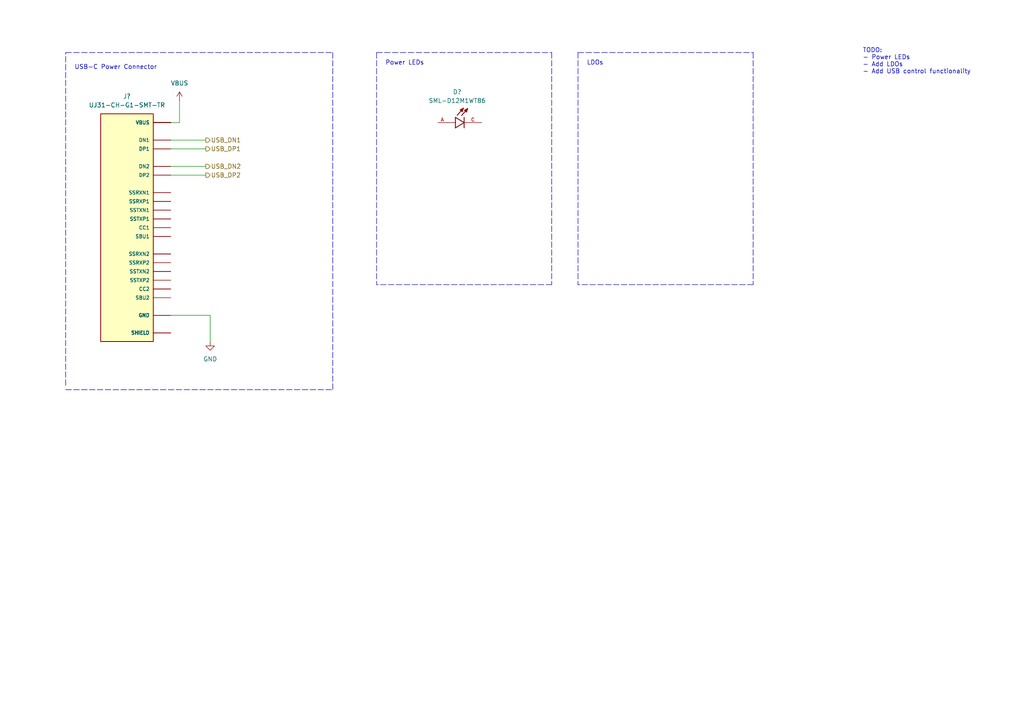
<source format=kicad_sch>
(kicad_sch (version 20211123) (generator eeschema)
  (paper "A4")
  (lib_symbols
    (symbol "SML-D12M1WT86:SML-D12M1WT86" (pin_names (offset 1.016) hide)
      (property "Reference" "D" (at -5.08 5.08 0))
      (property "Value" "SML-D12M1WT86" (at -5.08 -3.81 0))
      (symbol "SML-D12M1WT86_0_0"
        (polyline (pts (xy -2.54 -1.524) (xy 0 0)) (stroke (width 0.254)))
        (polyline (pts (xy -2.54 0) (xy -5.08 0)) (stroke (width 0.1524)))
        (polyline (pts (xy -2.54 0) (xy -2.54 -1.524)) (stroke (width 0.254)))
        (polyline (pts (xy -2.54 1.524) (xy -2.54 0)) (stroke (width 0.254)))
        (polyline (pts (xy -1.1176 3.683) (xy -0.2286 4.1656)) (stroke (width 0.254)))
        (polyline (pts (xy -0.9398 3.6068) (xy -0.7112 3.7592)) (stroke (width 0.254)))
        (polyline (pts (xy -0.5588 3.2004) (xy -1.1176 3.683)) (stroke (width 0.254)))
        (polyline (pts (xy -0.5588 3.2004) (xy -0.5334 3.937)) (stroke (width 0.254)))
        (polyline (pts (xy -0.5334 3.937) (xy -0.6604 3.937)) (stroke (width 0.254)))
        (polyline (pts (xy -0.2286 4.1656) (xy -2.0066 2.1336)) (stroke (width 0.254)))
        (polyline (pts (xy -0.2286 4.1656) (xy -0.5588 3.2004)) (stroke (width 0.254)))
        (polyline (pts (xy 0 0) (xy -2.54 1.524)) (stroke (width 0.254)))
        (polyline (pts (xy 0 1.524) (xy 0 -1.524)) (stroke (width 0.254)))
        (polyline (pts (xy 0.127 3.5814) (xy 1.016 4.064)) (stroke (width 0.254)))
        (polyline (pts (xy 0.3048 3.5052) (xy 0.5334 3.6576)) (stroke (width 0.254)))
        (polyline (pts (xy 0.6858 3.0988) (xy 0.127 3.5814)) (stroke (width 0.254)))
        (polyline (pts (xy 0.6858 3.0988) (xy 0.7112 3.8354)) (stroke (width 0.254)))
        (polyline (pts (xy 0.7112 3.8354) (xy 0.5842 3.8354)) (stroke (width 0.254)))
        (polyline (pts (xy 1.016 4.064) (xy -0.762 2.032)) (stroke (width 0.254)))
        (polyline (pts (xy 1.016 4.064) (xy 0.6858 3.0988)) (stroke (width 0.254)))
        (pin passive line (at -7.62 0 0) (length 2.54) (name "~") (number "A"))
        (pin passive line (at 5.08 0 180) (length 5.08) (name "~") (number "C"))
      )
    )
    (symbol "UJ31-CH-G1-SMT-TR:UJ31-CH-G1-SMT-TR" (pin_numbers hide) (pin_names (offset 1.016))
      (property "Reference" "J" (at -7.62 33.0708 0))
      (property "Value" "UJ31-CH-G1-SMT-TR" (at -7.62 -35.5854 0))
      (symbol "UJ31-CH-G1-SMT-TR_0_0"
        (rectangle (start -7.62 -33.02) (end 7.62 33.02) (stroke (width 0.254)) (fill (type background)))
        (pin power_in line (at 12.7 -25.4 180) (length 5.08) (name "GND") (number "A1"))
        (pin bidirectional line (at 12.7 -7.62 180) (length 5.08) (name "SSRXN2") (number "A10"))
        (pin bidirectional line (at 12.7 -10.16 180) (length 5.08) (name "SSRXP2") (number "A11"))
        (pin power_in line (at 12.7 -25.4 180) (length 5.08) (name "GND") (number "A12"))
        (pin bidirectional line (at 12.7 2.54 180) (length 5.08) (name "SSTXP1") (number "A2"))
        (pin bidirectional line (at 12.7 5.08 180) (length 5.08) (name "SSTXN1") (number "A3"))
        (pin power_in line (at 12.7 30.48 180) (length 5.08) (name "VBUS") (number "A4"))
        (pin bidirectional line (at 12.7 0 180) (length 5.08) (name "CC1") (number "A5"))
        (pin bidirectional line (at 12.7 22.86 180) (length 5.08) (name "DP1") (number "A6"))
        (pin bidirectional line (at 12.7 25.4 180) (length 5.08) (name "DN1") (number "A7"))
        (pin bidirectional line (at 12.7 -2.54 180) (length 5.08) (name "SBU1") (number "A8"))
        (pin power_in line (at 12.7 30.48 180) (length 5.08) (name "VBUS") (number "A9"))
        (pin power_in line (at 12.7 -25.4 180) (length 5.08) (name "GND") (number "B1"))
        (pin bidirectional line (at 12.7 10.16 180) (length 5.08) (name "SSRXN1") (number "B10"))
        (pin bidirectional line (at 12.7 7.62 180) (length 5.08) (name "SSRXP1") (number "B11"))
        (pin power_in line (at 12.7 -25.4 180) (length 5.08) (name "GND") (number "B12"))
        (pin bidirectional line (at 12.7 -15.24 180) (length 5.08) (name "SSTXP2") (number "B2"))
        (pin bidirectional line (at 12.7 -12.7 180) (length 5.08) (name "SSTXN2") (number "B3"))
        (pin power_in line (at 12.7 30.48 180) (length 5.08) (name "VBUS") (number "B4"))
        (pin bidirectional line (at 12.7 -17.78 180) (length 5.08) (name "CC2") (number "B5"))
        (pin bidirectional line (at 12.7 15.24 180) (length 5.08) (name "DP2") (number "B6"))
        (pin bidirectional line (at 12.7 17.78 180) (length 5.08) (name "DN2") (number "B7"))
        (pin bidirectional line (at 12.7 -20.32 180) (length 5.08) (name "SBU2") (number "B8"))
        (pin power_in line (at 12.7 30.48 180) (length 5.08) (name "VBUS") (number "B9"))
        (pin power_in line (at 12.7 -30.48 180) (length 5.08) (name "SHIELD") (number "SH1"))
        (pin power_in line (at 12.7 -30.48 180) (length 5.08) (name "SHIELD") (number "SH2"))
        (pin power_in line (at 12.7 -30.48 180) (length 5.08) (name "SHIELD") (number "SH3"))
        (pin power_in line (at 12.7 -30.48 180) (length 5.08) (name "SHIELD") (number "SH4"))
        (pin power_in line (at 12.7 -30.48 180) (length 5.08) (name "SHIELD") (number "SH5"))
        (pin power_in line (at 12.7 -30.48 180) (length 5.08) (name "SHIELD") (number "SH6"))
      )
    )
    (symbol "power:GND" (power) (pin_names (offset 0))
      (property "Value" "GND" (at 0 -3.81 0))
      (symbol "GND_0_1"
        (polyline (pts (xy 0 0) (xy 0 -1.27) (xy 1.27 -1.27) (xy 0 -2.54) (xy -1.27 -1.27) (xy 0 -1.27)))
      )
      (symbol "GND_1_1"
        (pin power_in line (at 0 0 270) (length 0) hide (name "GND") (number "1"))
      )
    )
    (symbol "power:VBUS" (power) (pin_names (offset 0))
      (property "Value" "VBUS" (at 0 3.81 0))
      (symbol "VBUS_0_1"
        (polyline (pts (xy -0.762 1.27) (xy 0 2.54)))
        (polyline (pts (xy 0 0) (xy 0 2.54)))
        (polyline (pts (xy 0 2.54) (xy 0.762 1.27)))
      )
      (symbol "VBUS_1_1"
        (pin power_in line (at 0 0 90) (length 0) hide (name "VBUS") (number "1"))
      )
    )
  )
  (wire (pts (xy 49.53 35.56) (xy 52.07 35.56)))
  (wire (pts (xy 49.53 48.26) (xy 59.69 48.26)))
  (polyline (pts (xy 19.05 111.76) (xy 19.05 15.24)))
  (polyline (pts (xy 167.64 15.24) (xy 218.44 15.24)))
  (wire (pts (xy 49.53 43.18) (xy 59.69 43.18)))
  (polyline (pts (xy 109.22 15.24) (xy 109.22 82.55)))
  (wire (pts (xy 49.53 40.64) (xy 59.69 40.64)))
  (polyline (pts (xy 218.44 82.55) (xy 167.64 82.55)))
  (polyline (pts (xy 218.44 15.24) (xy 218.44 82.55)))
  (wire (pts (xy 49.53 91.44) (xy 60.96 91.44)))
  (polyline (pts (xy 167.64 15.24) (xy 167.64 82.55)))
  (polyline (pts (xy 19.05 113.03) (xy 96.52 113.03)))
  (wire (pts (xy 60.96 91.44) (xy 60.96 99.06)))
  (wire (pts (xy 52.07 29.21) (xy 52.07 35.56)))
  (polyline (pts (xy 160.02 82.55) (xy 109.22 82.55)))
  (polyline (pts (xy 160.02 15.24) (xy 160.02 82.55)))
  (wire (pts (xy 49.53 50.8) (xy 59.69 50.8)))
  (polyline (pts (xy 96.52 15.24) (xy 96.52 113.03)))
  (polyline (pts (xy 109.22 15.24) (xy 160.02 15.24)))
  (polyline (pts (xy 19.05 15.24) (xy 96.52 15.24)))
  (text "LDOs\n" (at 170.18 19.05 0) (effects (font (size 1.27 1.27)) (justify left bottom)))
  (text "TODO: \n- Power LEDs\n- Add LDOs \n- Add USB control functionality\n" (at 250.19 21.59 0) (effects (font (size 1.27 1.27)) (justify left bottom)))
  (text "Power LEDs\n" (at 111.76 19.05 0) (effects (font (size 1.27 1.27)) (justify left bottom)))
  (text "USB-C Power Connector" (at 21.59 20.32 0) (effects (font (size 1.27 1.27)) (justify left bottom)))
  (hierarchical_label "USB_DP2" (shape output) (at 59.69 50.8 0))
  (hierarchical_label "USB_DP1" (shape output) (at 59.69 43.18 0))
  (hierarchical_label "USB_DN1" (shape output) (at 59.69 40.64 0))
  (hierarchical_label "USB_DN2" (shape output) (at 59.69 48.26 0))
  (symbol (lib_id "power:VBUS") (at 52.07 29.21 0) (unit 1)
    (property "Reference" "#PWR?" (effects hide))
    (property "Value" "VBUS" (at 52.07 24.13 0))
  )
  (symbol (lib_id "UJ31-CH-G1-SMT-TR:UJ31-CH-G1-SMT-TR") (at 36.83 66.04 0) (unit 1)
    (property "Reference" "J?" (at 36.83 27.94 0))
    (property "Value" "UJ31-CH-G1-SMT-TR" (at 36.83 30.48 0))
    (property "Footprint" "CUI_UJ31-CH-G1-SMT-TR" (effects hide))
    (property "MANUFACTURER" "CUI INC" (effects hide))
    (property "PART_REV" "1.01" (effects hide))
    (property "STANDARD" "MANUFACTURER RECOMMENDATIONS" (effects hide))
  )
  (symbol (lib_id "power:GND") (at 60.96 99.06 0) (unit 1)
    (property "Reference" "#PWR?" (effects hide))
    (property "Value" "GND" (at 60.96 104.14 0))
  )
  (symbol (lib_id "SML-D12M1WT86:SML-D12M1WT86") (at 134.62 35.56 0) (unit 1)
    (property "Reference" "D?" (at 132.6134 26.67 0))
    (property "Value" "SML-D12M1WT86" (at 132.6134 29.21 0))
    (property "Footprint" "LED_SML-D12M1WT86" (effects hide))
    (property "MAXIMUM_PACKAGE_HEIGHT" "0.65 mm" (effects hide))
    (property "PARTREV" "007" (effects hide))
    (property "MANUFACTURER" "ROHM Semiconductor" (effects hide))
    (property "STANDARD" "Manufacturer Recommendation" (effects hide))
  )
)
</source>
